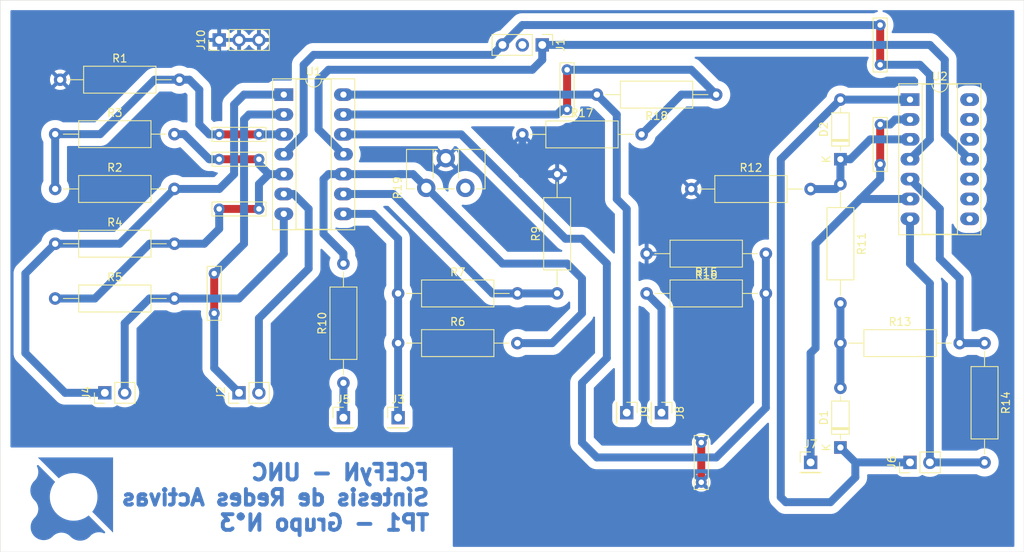
<source format=kicad_pcb>
(kicad_pcb (version 20240108) (generator "pcbnew") (generator_version "8.0")
  (layers (0 "F.Cu" signal) (31 "B.Cu" signal) (34 "B.Paste" user) (35 "F.Paste" user) (36 "B.SilkS" user "B.Silkscreen") (37 "F.SilkS" user "F.Silkscreen") (38 "B.Mask" user) (39 "F.Mask" user) (44 "Edge.Cuts" user))
  (net 0 "")
  (net 1 "Vo1_C")
  (net 2 "Net-(D1-A)")
  (net 3 "Net-(D2-K)")
  (net 4 "GND")
  (net 5 "VSS")
  (net 6 "VCC")
  (net 7 "V2_A")
  (net 8 "V1_A")
  (net 9 "Vo1_A")
  (net 10 "Vo2_A")
  (net 11 "Net-(U1A-+)")
  (net 12 "Net-(U1B-+)")
  (net 13 "Vo_B")
  (net 14 "Net-(U1C-+)")
  (net 15 "Net-(U1C--)")
  (net 16 "V1_B")
  (net 17 "Net-(U2B-+)")
  (net 18 "Vo2_C")
  (net 19 "Vi_D")
  (net 20 "Net-(U1D-+)")
  (net 21 "Net-(U1D--)")
  (net 22 "Vo_D")
  (net 23 "Vin_C")
  (footprint "Connector_PinHeader_2.54mm:PinHeader_1x02_P2.54mm_Vertical" (layer "F.Cu") (at 91.435 113.9825 90)
    (property "Reference" "J4" (at 0 -2.33 90) (layer "F.SilkS"))
    (property "Value" "Conn_01x02" (hide yes))
    (pad "1" thru_hole rect (at 0 0 90) (size 1.7 1.7) (drill 1) (layers "*.Cu" "*.Mask") (net 9 "Vo1_A"))
    (pad "2" thru_hole oval (at 0 2.54 90) (size 1.7 1.7) (drill 1) (layers "*.Cu" "*.Mask") (net 10 "Vo2_A"))
  )
  (footprint "TestPoint:TestPoint_Bridge_Pitch5.08mm_Drill0.7mm" (layer "F.Cu") (at 167.64 120.3325 -90)
    (property "Reference" "REF**" (hide yes))
    (property "Value" "TestPoint_Bridge_Pitch5.08mm_Drill0.7mm" (hide yes))
    (pad "1" thru_hole circle (at 0 0 270) (size 1.4 1.4) (drill 0.7) (layers "*.Cu" "*.Mask") (net 4 "GND"))
    (pad "1" thru_hole circle (at 5.08 0 270) (size 1.4 1.4) (drill 0.7) (layers "*.Cu" "*.Mask") (net 4 "GND"))
  )
  (footprint "TestPoint:TestPoint_Bridge_Pitch5.08mm_Drill0.7mm" (layer "F.Cu") (at 105.41 103.8225 90)
    (property "Reference" "REF**" (hide yes))
    (property "Value" "TestPoint_Bridge_Pitch5.08mm_Drill0.7mm" (hide yes))
    (pad "1" thru_hole circle (at 0 0 90) (size 1.4 1.4) (drill 0.7) (layers "*.Cu" "*.Mask") (net 8 "V1_A"))
    (pad "1" thru_hole circle (at 5.08 0 90) (size 1.4 1.4) (drill 0.7) (layers "*.Cu" "*.Mask") (net 8 "V1_A"))
  )
  (footprint "Resistor_THT:R_Axial_DIN0309_L9.0mm_D3.2mm_P15.24mm_Horizontal" (layer "F.Cu") (at 85.09 80.9325)
    (property "Reference" "R3" (at 7.62 -2.72 0) (layer "F.SilkS"))
    (property "Value" "10k")
    (pad "1" thru_hole circle (at 0 0) (size 1.6 1.6) (drill 0.8) (layers "*.Cu" "*.Mask") (net 11 "Net-(U1A-+)"))
    (pad "2" thru_hole oval (at 15.24 0) (size 1.6 1.6) (drill 0.8) (layers "*.Cu" "*.Mask") (net 12 "Net-(U1B-+)"))
  )
  (footprint "Resistor_THT:R_Axial_DIN0309_L9.0mm_D3.2mm_P15.24mm_Horizontal" (layer "F.Cu") (at 121.92 112.7125 90)
    (property "Reference" "R10" (at 7.62 -2.72 90) (layer "F.SilkS"))
    (property "Value" "1k")
    (pad "1" thru_hole circle (at 0 0 90) (size 1.6 1.6) (drill 0.8) (layers "*.Cu" "*.Mask") (net 16 "V1_B"))
    (pad "2" thru_hole oval (at 15.24 0 90) (size 1.6 1.6) (drill 0.8) (layers "*.Cu" "*.Mask") (net 14 "Net-(U1C-+)"))
  )
  (footprint "Resistor_THT:R_Axial_DIN0309_L9.0mm_D3.2mm_P15.24mm_Horizontal" (layer "F.Cu") (at 175.895 96.2025 180)
    (property "Reference" "R16" (at 7.62 -2.72 0) (layer "F.SilkS"))
    (property "Value" "10k")
    (pad "1" thru_hole circle (at 0 0 180) (size 1.6 1.6) (drill 0.8) (layers "*.Cu" "*.Mask") (net 20 "Net-(U1D-+)"))
    (pad "2" thru_hole oval (at 15.24 0 180) (size 1.6 1.6) (drill 0.8) (layers "*.Cu" "*.Mask") (net 4 "GND"))
  )
  (footprint "Connector_PinHeader_2.54mm:PinHeader_1x01_P2.54mm_Vertical" (layer "F.Cu") (at 181.61 122.8725)
    (property "Reference" "J7" (at 0 -2.33 0) (layer "F.SilkS"))
    (property "Value" "Conn_01x01")
    (pad "1" thru_hole rect (at 0 0) (size 1.7 1.7) (drill 1) (layers "*.Cu" "*.Mask") (net 23 "Vin_C"))
  )
  (footprint "Connector_PinHeader_2.54mm:PinHeader_1x02_P2.54mm_Vertical" (layer "F.Cu") (at 194.31 122.8725 90)
    (property "Reference" "J6" (at 0 -2.33 90) (layer "F.SilkS"))
    (property "Value" "Conn_01x02")
    (pad "1" thru_hole rect (at 0 0 90) (size 1.7 1.7) (drill 1) (layers "*.Cu" "*.Mask") (net 1 "Vo1_C"))
    (pad "2" thru_hole oval (at 0 2.54 90) (size 1.7 1.7) (drill 1) (layers "*.Cu" "*.Mask") (net 18 "Vo2_C"))
  )
  (footprint "Resistor_THT:R_Axial_DIN0309_L9.0mm_D3.2mm_P15.24mm_Horizontal" (layer "F.Cu") (at 85.09 87.9325)
    (property "Reference" "R2" (at 7.62 -2.72 0) (layer "F.SilkS"))
    (property "Value" "10k")
    (pad "1" thru_hole circle (at 0 0) (size 1.6 1.6) (drill 0.8) (layers "*.Cu" "*.Mask") (net 11 "Net-(U1A-+)"))
    (pad "2" thru_hole oval (at 15.24 0) (size 1.6 1.6) (drill 0.8) (layers "*.Cu" "*.Mask") (net 9 "Vo1_A"))
  )
  (footprint "Resistor_THT:R_Axial_DIN0309_L9.0mm_D3.2mm_P15.24mm_Horizontal" (layer "F.Cu") (at 128.905 101.2825)
    (property "Reference" "R7" (at 7.62 -2.72 0) (layer "F.SilkS"))
    (property "Value" "10k")
    (pad "1" thru_hole circle (at 0 0) (size 1.6 1.6) (drill 0.8) (layers "*.Cu" "*.Mask") (net 13 "Vo_B"))
    (pad "2" thru_hole oval (at 15.24 0) (size 1.6 1.6) (drill 0.8) (layers "*.Cu" "*.Mask") (net 15 "Net-(U1C--)"))
  )
  (footprint "TestPoint:TestPoint_Bridge_Pitch5.08mm_Drill0.7mm" (layer "F.Cu") (at 150.495 72.7075 -90)
    (property "Reference" "REF**" (hide yes))
    (property "Value" "TestPoint_Bridge_Pitch5.08mm_Drill0.7mm" (hide yes))
    (pad "1" thru_hole circle (at 0 0 270) (size 1.4 1.4) (drill 0.7) (layers "*.Cu" "*.Mask") (net 21 "Net-(U1D--)"))
    (pad "1" thru_hole circle (at 5.08 0 270) (size 1.4 1.4) (drill 0.7) (layers "*.Cu" "*.Mask") (net 21 "Net-(U1D--)"))
  )
  (footprint "Resistor_THT:R_Axial_DIN0309_L9.0mm_D3.2mm_P15.24mm_Horizontal" (layer "F.Cu") (at 144.78 80.9625)
    (property "Reference" "R17" (at 7.62 -2.72 0) (layer "F.SilkS"))
    (property "Value" "2k")
    (pad "1" thru_hole circle (at 0 0) (size 1.6 1.6) (drill 0.8) (layers "*.Cu" "*.Mask") (net 4 "GND"))
    (pad "2" thru_hole oval (at 15.24 0) (size 1.6 1.6) (drill 0.8) (layers "*.Cu" "*.Mask") (net 21 "Net-(U1D--)"))
  )
  (footprint "TestPoint:TestPoint_Bridge_Pitch5.08mm_Drill0.7mm" (layer "F.Cu") (at 190.5 79.6925 -90)
    (property "Reference" "REF**" (hide yes))
    (property "Value" "TestPoint_Bridge_Pitch5.08mm_Drill0.7mm" (hide yes))
    (pad "1" thru_hole circle (at 0 0 270) (size 1.4 1.4) (drill 0.7) (layers "*.Cu" "*.Mask") (net 23 "Vin_C"))
    (pad "1" thru_hole circle (at 5.08 0 270) (size 1.4 1.4) (drill 0.7) (layers "*.Cu" "*.Mask") (net 23 "Vin_C"))
  )
  (footprint "Resistor_THT:R_Axial_DIN0309_L9.0mm_D3.2mm_P15.24mm_Horizontal" (layer "F.Cu") (at 169.545 75.8825 180)
    (property "Reference" "R18" (at 7.62 -2.72 0) (layer "F.SilkS"))
    (property "Value" "10k")
    (pad "1" thru_hole circle (at 0 0 180) (size 1.6 1.6) (drill 0.8) (layers "*.Cu" "*.Mask") (net 21 "Net-(U1D--)"))
    (pad "2" thru_hole oval (at 15.24 0 180) (size 1.6 1.6) (drill 0.8) (layers "*.Cu" "*.Mask") (net 22 "Vo_D"))
  )
  (footprint "TestPoint:TestPoint_Bridge_Pitch5.08mm_Drill0.7mm" (layer "F.Cu") (at 111.125 84.1375 180)
    (property "Reference" "REF**" (hide yes))
    (property "Value" "TestPoint_Bridge_Pitch5.08mm_Drill0.7mm" (hide yes))
    (pad "1" thru_hole circle (at 0 0 180) (size 1.4 1.4) (drill 0.7) (layers "*.Cu" "*.Mask") (net 12 "Net-(U1B-+)"))
    (pad "1" thru_hole circle (at 5.08 0 180) (size 1.4 1.4) (drill 0.7) (layers "*.Cu" "*.Mask") (net 12 "Net-(U1B-+)"))
  )
  (footprint "TestPoint:TestPoint_Bridge_Pitch5.08mm_Drill0.7mm" (layer "F.Cu") (at 111.125 80.9625 180)
    (property "Reference" "REF**" (hide yes))
    (property "Value" "TestPoint_Bridge_Pitch5.08mm_Drill0.7mm" (hide yes))
    (pad "1" thru_hole circle (at 0 0 180) (size 1.4 1.4) (drill 0.7) (layers "*.Cu" "*.Mask") (net 11 "Net-(U1A-+)"))
    (pad "1" thru_hole circle (at 5.08 0 180) (size 1.4 1.4) (drill 0.7) (layers "*.Cu" "*.Mask") (net 11 "Net-(U1A-+)"))
  )
  (footprint "Package_DIP:CERDIP-14_W7.62mm_SideBrazed_LongPads_Socket" (layer "F.Cu") (at 194.31 76.5175)
    (property "Reference" "U2" (at 3.81 -2.965 0) (layer "F.SilkS"))
    (property "Value" "LM324")
    (pad "1" thru_hole rect (at 0 0) (size 2.4 1.6) (drill 0.8) (layers "*.Cu" "*.Mask") (net 1 "Vo1_C"))
    (pad "2" thru_hole oval (at 0 2.54) (size 2.4 1.6) (drill 0.8) (layers "*.Cu" "*.Mask") (net 23 "Vin_C"))
    (pad "3" thru_hole oval (at 0 5.08) (size 2.4 1.6) (drill 0.8) (layers "*.Cu" "*.Mask") (net 3 "Net-(D2-K)"))
    (pad "4" thru_hole oval (at 0 7.62) (size 2.4 1.6) (drill 0.8) (layers "*.Cu" "*.Mask") (net 6 "VCC"))
    (pad "5" thru_hole oval (at 0 10.16) (size 2.4 1.6) (drill 0.8) (layers "*.Cu" "*.Mask") (net 17 "Net-(U2B-+)"))
    (pad "6" thru_hole oval (at 0 12.7) (size 2.4 1.6) (drill 0.8) (layers "*.Cu" "*.Mask") (net 23 "Vin_C"))
    (pad "7" thru_hole oval (at 0 15.24) (size 2.4 1.6) (drill 0.8) (layers "*.Cu" "*.Mask") (net 18 "Vo2_C"))
    (pad "8" thru_hole oval (at 7.62 15.24) (size 2.4 1.6) (drill 0.8) (layers "*.Cu" "*.Mask"))
    (pad "9" thru_hole oval (at 7.62 12.7) (size 2.4 1.6) (drill 0.8) (layers "*.Cu" "*.Mask"))
    (pad "10" thru_hole oval (at 7.62 10.16) (size 2.4 1.6) (drill 0.8) (layers "*.Cu" "*.Mask"))
    (pad "11" thru_hole oval (at 7.62 7.62) (size 2.4 1.6) (drill 0.8) (layers "*.Cu" "*.Mask") (net 5 "VSS"))
    (pad "12" thru_hole oval (at 7.62 5.08) (size 2.4 1.6) (drill 0.8) (layers "*.Cu" "*.Mask"))
    (pad "13" thru_hole oval (at 7.62 2.54) (size 2.4 1.6) (drill 0.8) (layers "*.Cu" "*.Mask"))
    (pad "14" thru_hole oval (at 7.62 0) (size 2.4 1.6) (drill 0.8) (layers "*.Cu" "*.Mask"))
  )
  (footprint "Connector_PinHeader_2.54mm:PinHeader_1x01_P2.54mm_Vertical" (layer "F.Cu") (at 162.56 116.5225 -90)
    (property "Reference" "J8" (at 0 -2.33 90) (layer "F.SilkS"))
    (property "Value" "Conn_01x01")
    (pad "1" thru_hole rect (at 0 0 270) (size 1.7 1.7) (drill 1) (layers "*.Cu" "*.Mask") (net 19 "Vi_D"))
  )
  (footprint "Connector_PinHeader_2.54mm:PinHeader_1x01_P2.54mm_Vertical" (layer "F.Cu") (at 158.115 116.5225 -90)
    (property "Reference" "J9" (at 0 -2.33 90) (layer "F.SilkS"))
    (property "Value" "Conn_01x01")
    (pad "1" thru_hole rect (at 0 0 270) (size 1.7 1.7) (drill 1) (layers "*.Cu" "*.Mask") (net 22 "Vo_D"))
  )
  (footprint "Package_DIP:CERDIP-14_W7.62mm_SideBrazed_LongPads_Socket" (layer "F.Cu") (at 114.3 75.8825)
    (property "Reference" "U1" (at 3.81 -2.965 0) (layer "F.SilkS"))
    (property "Value" "LM324")
    (pad "1" thru_hole rect (at 0 0) (size 2.4 1.6) (drill 0.8) (layers "*.Cu" "*.Mask") (net 9 "Vo1_A"))
    (pad "2" thru_hole oval (at 0 2.54) (size 2.4 1.6) (drill 0.8) (layers "*.Cu" "*.Mask") (net 8 "V1_A"))
    (pad "3" thru_hole oval (at 0 5.08) (size 2.4 1.6) (drill 0.8) (layers "*.Cu" "*.Mask") (net 11 "Net-(U1A-+)"))
    (pad "4" thru_hole oval (at 0 7.62) (size 2.4 1.6) (drill 0.8) (layers "*.Cu" "*.Mask") (net 6 "VCC"))
    (pad "5" thru_hole oval (at 0 10.16) (size 2.4 1.6) (drill 0.8) (layers "*.Cu" "*.Mask") (net 12 "Net-(U1B-+)"))
    (pad "6" thru_hole oval (at 0 12.7) (size 2.4 1.6) (drill 0.8) (layers "*.Cu" "*.Mask") (net 7 "V2_A"))
    (pad "7" thru_hole oval (at 0 15.24) (size 2.4 1.6) (drill 0.8) (layers "*.Cu" "*.Mask") (net 10 "Vo2_A"))
    (pad "8" thru_hole oval (at 7.62 15.24) (size 2.4 1.6) (drill 0.8) (layers "*.Cu" "*.Mask") (net 13 "Vo_B"))
    (pad "9" thru_hole oval (at 7.62 12.7) (size 2.4 1.6) (drill 0.8) (layers "*.Cu" "*.Mask") (net 15 "Net-(U1C--)"))
    (pad "10" thru_hole oval (at 7.62 10.16) (size 2.4 1.6) (drill 0.8) (layers "*.Cu" "*.Mask") (net 14 "Net-(U1C-+)"))
    (pad "11" thru_hole oval (at 7.62 7.62) (size 2.4 1.6) (drill 0.8) (layers "*.Cu" "*.Mask") (net 5 "VSS"))
    (pad "12" thru_hole oval (at 7.62 5.08) (size 2.4 1.6) (drill 0.8) (layers "*.Cu" "*.Mask") (net 20 "Net-(U1D-+)"))
    (pad "13" thru_hole oval (at 7.62 2.54) (size 2.4 1.6) (drill 0.8) (layers "*.Cu" "*.Mask") (net 21 "Net-(U1D--)"))
    (pad "14" thru_hole oval (at 7.62 0) (size 2.4 1.6) (drill 0.8) (layers "*.Cu" "*.Mask") (net 22 "Vo_D"))
  )
  (footprint "Connector_PinHeader_2.54mm:PinHeader_1x03_P2.54mm_Vertical" (layer "F.Cu") (at 106.045 68.8975 90)
    (property "Reference" "J10" (at 0 -2.33 90) (layer "F.SilkS"))
    (property "Value" "Conn_01x03")
    (pad "1" thru_hole rect (at 0 0 90) (size 1.7 1.7) (drill 1) (layers "*.Cu" "*.Mask") (net 4 "GND"))
    (pad "2" thru_hole oval (at 0 2.54 90) (size 1.7 1.7) (drill 1) (layers "*.Cu" "*.Mask") (net 4 "GND"))
    (pad "3" thru_hole oval (at 0 5.08 90) (size 1.7 1.7) (drill 1) (layers "*.Cu" "*.Mask") (net 4 "GND"))
  )
  (footprint "Connector_PinHeader_2.54mm:PinHeader_1x01_P2.54mm_Vertical" (layer "F.Cu") (at 121.92 117.1575)
    (property "Reference" "J5" (at 0 -2.33 0) (layer "F.SilkS"))
    (property "Value" "Conn_01x01" (hide yes))
    (pad "1" thru_hole rect (at 0 0) (size 1.7 1.7) (drill 1) (layers "*.Cu" "*.Mask") (net 16 "V1_B"))
  )
  (footprint "Diode_THT:D_DO-35_SOD27_P7.62mm_Horizontal" (layer "F.Cu") (at 185.42 120.9675 90)
    (property "Reference" "D1" (at 3.81 -2.12 90) (layer "F.SilkS"))
    (property "Value" "1N4148")
    (fp_text user "K" (at 0 -1.8 90) (layer "F.SilkS"))
    (pad "1" thru_hole rect (at 0 0 90) (size 1.6 1.6) (drill 0.8) (layers "*.Cu" "*.Mask") (net 1 "Vo1_C"))
    (pad "2" thru_hole oval (at 7.62 0 90) (size 1.6 1.6) (drill 0.8) (layers "*.Cu" "*.Mask") (net 2 "Net-(D1-A)"))
  )
  (footprint "Resistor_THT:R_Axial_DIN0309_L9.0mm_D3.2mm_P15.24mm_Horizontal" (layer "F.Cu") (at 203.835 107.6325 -90)
    (property "Reference" "R14" (at 7.62 -2.72 90) (layer "F.SilkS"))
    (property "Value" "10k")
    (pad "1" thru_hole circle (at 0 0 270) (size 1.6 1.6) (drill 0.8) (layers "*.Cu" "*.Mask") (net 17 "Net-(U2B-+)"))
    (pad "2" thru_hole oval (at 15.24 0 270) (size 1.6 1.6) (drill 0.8) (layers "*.Cu" "*.Mask") (net 18 "Vo2_C"))
  )
  (footprint "Resistor_THT:R_Axial_DIN0309_L9.0mm_D3.2mm_P15.24mm_Horizontal" (layer "F.Cu") (at 85.725 73.9775)
    (property "Reference" "R1" (at 7.62 -2.72 0) (layer "F.SilkS"))
    (property "Value" "10k")
    (pad "1" thru_hole circle (at 0 0) (size 1.6 1.6) (drill 0.8) (layers "*.Cu" "*.Mask") (net 4 "GND"))
    (pad "2" thru_hole oval (at 15.24 0) (size 1.6 1.6) (drill 0.8) (layers "*.Cu" "*.Mask") (net 11 "Net-(U1A-+)"))
  )
  (footprint "Resistor_THT:R_Axial_DIN0309_L9.0mm_D3.2mm_P15.24mm_Horizontal" (layer "F.Cu") (at 85.09 101.9325)
    (property "Reference" "R5" (at 7.62 -2.72 0) (layer "F.SilkS"))
    (property "Value" "10k")
    (pad "1" thru_hole circle (at 0 0) (size 1.6 1.6) (drill 0.8) (layers "*.Cu" "*.Mask") (net 12 "Net-(U1B-+)"))
    (pad "2" thru_hole oval (at 15.24 0) (size 1.6 1.6) (drill 0.8) (layers "*.Cu" "*.Mask") (net 10 "Vo2_A"))
  )
  (footprint "TestPoint:TestPoint_Bridge_Pitch5.08mm_Drill0.7mm" (layer "F.Cu") (at 111.125 90.4875 180)
    (property "Reference" "REF**" (hide yes))
    (property "Value" "TestPoint_Bridge_Pitch5.08mm_Drill0.7mm" (hide yes))
    (pad "1" thru_hole circle (at 0 0 180) (size 1.4 1.4) (drill 0.7) (layers "*.Cu" "*.Mask") (net 12 "Net-(U1B-+)"))
    (pad "1" thru_hole circle (at 5.08 0 180) (size 1.4 1.4) (drill 0.7) (layers "*.Cu" "*.Mask") (net 12 "Net-(U1B-+)"))
  )
  (footprint "Connector_PinHeader_2.54mm:PinHeader_1x01_P2.54mm_Vertical" (layer "F.Cu") (at 128.905 117.1575)
    (property "Reference" "J3" (at 0 -2.33 0) (layer "F.SilkS"))
    (property "Value" "Conn_01x01" (hide yes))
    (pad "1" thru_hole rect (at 0 0) (size 1.7 1.7) (drill 1) (layers "*.Cu" "*.Mask") (net 13 "Vo_B"))
  )
  (footprint "Resistor_THT:R_Axial_DIN0309_L9.0mm_D3.2mm_P15.24mm_Horizontal" (layer "F.Cu") (at 160.655 101.2825)
    (property "Reference" "R15" (at 7.62 -2.72 0) (layer "F.SilkS"))
    (property "Value" "10k")
    (pad "1" thru_hole circle (at 0 0) (size 1.6 1.6) (drill 0.8) (layers "*.Cu" "*.Mask") (net 19 "Vi_D"))
    (pad "2" thru_hole oval (at 15.24 0) (size 1.6 1.6) (drill 0.8) (layers "*.Cu" "*.Mask") (net 20 "Net-(U1D-+)"))
  )
  (footprint "Resistor_THT:R_Axial_DIN0309_L9.0mm_D3.2mm_P15.24mm_Horizontal" (layer "F.Cu") (at 149.225 101.2825 90)
    (property "Reference" "R9" (at 7.62 -2.72 90) (layer "F.SilkS"))
    (property "Value" "100k")
    (pad "1" thru_hole circle (at 0 0 90) (size 1.6 1.6) (drill 0.8) (layers "*.Cu" "*.Mask") (net 15 "Net-(U1C--)"))
    (pad "2" thru_hole oval (at 15.24 0 90) (size 1.6 1.6) (drill 0.8) (layers "*.Cu" "*.Mask") (net 4 "GND"))
  )
  (footprint "Resistor_THT:R_Axial_DIN0309_L9.0mm_D3.2mm_P15.24mm_Horizontal" (layer "F.Cu") (at 185.42 87.3125 -90)
    (property "Reference" "R11" (at 7.62 -2.72 90) (layer "F.SilkS"))
    (property "Value" "10k")
    (pad "1" thru_hole circle (at 0 0 270) (size 1.6 1.6) (drill 0.8) (layers "*.Cu" "*.Mask") (net 3 "Net-(D2-K)"))
    (pad "2" thru_hole oval (at 15.24 0 270) (size 1.6 1.6) (drill 0.8) (layers "*.Cu" "*.Mask") (net 2 "Net-(D1-A)"))
  )
  (footprint "Resistor_THT:R_Axial_DIN0309_L9.0mm_D3.2mm_P15.24mm_Horizontal" (layer "F.Cu") (at 185.42 107.6325)
    (property "Reference" "R13" (at 7.62 -2.72 0) (layer "F.SilkS"))
    (property "Value" "5k")
    (pad "1" thru_hole circle (at 0 0) (size 1.6 1.6) (drill 0.8) (layers "*.Cu" "*.Mask") (net 2 "Net-(D1-A)"))
    (pad "2" thru_hole oval (at 15.24 0) (size 1.6 1.6) (drill 0.8) (layers "*.Cu" "*.Mask") (net 17 "Net-(U2B-+)"))
  )
  (footprint "Resistor_THT:R_Axial_DIN0309_L9.0mm_D3.2mm_P15.24mm_Horizontal" (layer "F.Cu") (at 85.09 94.9325)
    (property "Reference" "R4" (at 7.62 -2.72 0) (layer "F.SilkS"))
    (property "Value" "10k")
    (pad "1" thru_hole circle (at 0 0) (size 1.6 1.6) (drill 0.8) (layers "*.Cu" "*.Mask") (net 9 "Vo1_A"))
    (pad "2" thru_hole oval (at 15.24 0) (size 1.6 1.6) (drill 0.8) (layers "*.Cu" "*.Mask") (net 12 "Net-(U1B-+)"))
  )
  (footprint "Connector_PinHeader_2.54mm:PinHeader_1x02_P2.54mm_Vertical" (layer "F.Cu") (at 108.58 113.9825 90)
    (property "Reference" "J2" (at 0 -2.33 90) (layer "F.SilkS"))
    (property "Value" "Conn_01x02" (hide yes))
    (pad "1" thru_hole rect (at 0 0 90) (size 1.7 1.7) (drill 1) (layers "*.Cu" "*.Mask") (net 8 "V1_A"))
    (pad "2" thru_hole oval (at 0 2.54 90) (size 1.7 1.7) (drill 1) (layers "*.Cu" "*.Mask") (net 7 "V2_A"))
  )
  (footprint "TestPoint:TestPoint_Bridge_Pitch5.08mm_Drill0.7mm" (layer "F.Cu") (at 190.5 66.9925 -90)
    (property "Reference" "REF**" (hide yes))
    (property "Value" "TestPoint_Bridge_Pitch5.08mm_Drill0.7mm" (hide yes))
    (pad "1" thru_hole circle (at 0 0 270) (size 1.4 1.4) (drill 0.7) (layers "*.Cu" "*.Mask") (net 6 "VCC"))
    (pad "1" thru_hole circle (at 5.08 0 270) (size 1.4 1.4) (drill 0.7) (layers "*.Cu" "*.Mask") (net 6 "VCC"))
  )
  (footprint "Resistor_THT:R_Axial_DIN0309_L9.0mm_D3.2mm_P15.24mm_Horizontal" (layer "F.Cu") (at 166.37 87.9475)
    (property "Reference" "R12" (at 7.62 -2.72 0) (layer "F.SilkS"))
    (property "Value" "10k")
    (pad "1" thru_hole circle (at 0 0) (size 1.6 1.6) (drill 0.8) (layers "*.Cu" "*.Mask") (net 4 "GND"))
    (pad "2" thru_hole oval (at 15.24 0) (size 1.6 1.6) (drill 0.8) (layers "*.Cu" "*.Mask") (net 3 "Net-(D2-K)"))
  )
  (footprint "Potentiometer_THT:Potentiometer_ACP_CA9-H3,8_Horizontal" (layer "F.Cu") (at 132.5 87.8 90)
    (property "Reference" "R19" (at 0 -3.65 90) (layer "F.SilkS"))
    (property "Value" "R_Trim")
    (pad "1" thru_hole circle (at 0 0 90) (size 2.34 2.34) (drill 1.3) (layers "*.Cu" "*.Mask") (net 14 "Net-(U1C-+)"))
    (pad "2" thru_hole circle (at 3.8 2.5 90) (size 2.34 2.34) (drill 1.3) (layers "*.Cu" "*.Mask") (net 4 "GND"))
    (pad "3" thru_hole circle (at 0 5 90) (size 2.34 2.34) (drill 1.3) (layers "*.Cu" "*.Mask"))
  )
  (footprint "Resistor_THT:R_Axial_DIN0309_L9.0mm_D3.2mm_P15.24mm_Horizontal" (layer "F.Cu") (at 128.905 107.6325)
    (property "Reference" "R6" (at 7.62 -2.72 0) (layer "F.SilkS"))
    (property "Value" "100")
    (pad "1" thru_hole circle (at 0 0) (size 1.6 1.6) (drill 0.8) (layers "*.Cu" "*.Mask") (net 13 "Vo_B"))
    (pad "2" thru_hole oval (at 15.24 0) (size 1.6 1.6) (drill 0.8) (layers "*.Cu" "*.Mask") (net 14 "Net-(U1C-+)"))
  )
  (footprint "Diode_THT:D_DO-35_SOD27_P7.62mm_Horizontal" (layer "F.Cu") (at 185.42 84.1375 90)
    (property "Reference" "D2" (at 3.81 -2.12 90) (layer "F.SilkS"))
    (property "Value" "1N4148")
    (fp_text user "K" (at 0 -1.8 90) (layer "F.SilkS"))
    (pad "1" thru_hole rect (at 0 0 90) (size 1.6 1.6) (drill 0.8) (layers "*.Cu" "*.Mask") (net 3 "Net-(D2-K)"))
    (pad "2" thru_hole oval (at 7.62 0 90) (size 1.6 1.6) (drill 0.8) (layers "*.Cu" "*.Mask") (net 1 "Vo1_C"))
  )
  (footprint "Connector_PinHeader_2.54mm:PinHeader_1x03_P2.54mm_Vertical" (layer "F.Cu") (at 147.32 69.5325 -90)
    (property "Reference" "J1" (at 0 -2.33 90) (layer "F.SilkS"))
    (property "Value" "Conn_01x03")
    (pad "1" thru_hole rect (at 0 0 270) (size 1.7 1.7) (drill 1) (layers "*.Cu" "*.Mask") (net 5 "VSS"))
    (pad "2" thru_hole oval (at 0 2.54 270) (size 1.7 1.7) (drill 1) (layers "*.Cu" "*.Mask"))
    (pad "3" thru_hole oval (at 0 5.08 270) (size 1.7 1.7) (drill 1) (layers "*.Cu" "*.Mask") (net 6 "VCC"))
  )
  (gr_poly (pts (xy 85.545654 124.908028) (xy 85.645036 124.831464) (xy 85.747576 124.758939) (xy 85.853157 124.690576) (xy 85.961662 124.626501) (xy 86.072972 124.566837) (xy 86.186971 124.511709) (xy 86.30354 124.461242) (xy 86.422563 124.415559) (xy 86.543921 124.374784) (xy 86.667498 124.339043) (xy 86.793175 124.30846) (xy 86.920836 124.283158) (xy 87.050362 124.263262) (xy 87.181637 124.248897) (xy 87.314542 124.240187) (xy 87.448961 124.237256) (xy 87.605569 124.241216) (xy 87.760123 124.252969) (xy 87.912429 124.272323) (xy 88.062298 124.299087) (xy 88.209538 124.33307) (xy 88.353958 124.374081) (xy 88.495366 124.421928) (xy 88.633571 124.476421) (xy 88.768382 124.537367) (xy 88.899607 124.604577) (xy 89.027056 124.677858) (xy 89.150537 124.75702) (xy 89.269859 124.84187) (xy 89.384831 124.932219) (xy 89.495261 125.027875) (xy 89.600958 125.128646) (xy 89.701731 125.234342) (xy 89.797388 125.34477) (xy 89.887739 125.459741) (xy 89.972592 125.579062) (xy 90.051756 125.702543) (xy 90.125039 125.829992) (xy 90.192251 125.961218) (xy 90.2532 126.09603) (xy 90.307694 126.234237) (xy 90.355544 126.375647) (xy 90.396556 126.520069) (xy 90.430541 126.667312) (xy 90.457306 126.817185) (xy 90.476661 126.969497) (xy 90.488414 127.124055) (xy 90.492375 127.28067) (xy 90.489443 127.415089) (xy 90.48073 127.547994) (xy 90.466362 127.679268) (xy 90.446463 127.808793) (xy 90.421157 127.936451) (xy 90.390569 128.062125) (xy 90.354823 128.185698) (xy 90.314045 128.30705) (xy 90.268359 128.426065) (xy 90.21789 128.542625) (xy 90.162762 128.656613) (xy 90.1031 128.767909) (xy 90.039028 128.876398) (xy 89.970672 128.98196) (xy 89.898155 129.084479) (xy 89.821603 129.183836) (xy 92.48578 131.848084) (xy 92.48578 122.2375) (xy 82.875197 122.2375)) (stroke (width -0.000001)) (fill solid) (layer "B.Cu"))
  (gr_poly (pts (xy 82.872071 123.209161) (xy 82.865513 123.209659) (xy 82.859049 123.210479) (xy 82.85269 123.211613) (xy 82.846442 123.213053) (xy 82.840314 123.214791) (xy 82.834314 123.216818) (xy 82.82845 123.219127) (xy 82.822731 123.22171) (xy 82.817163 123.224559) (xy 82.811756 123.227665) (xy 82.806518 123.23102) (xy 82.801456 123.234617) (xy 82.796578 123.238448) (xy 82.791894 123.242503) (xy 82.78741 123.246776) (xy 82.783135 123.251258) (xy 82.779078 123.255942) (xy 82.775245 123.260818) (xy 82.771646 123.265879) (xy 82.768288 123.271117) (xy 82.76518 123.276525) (xy 82.762329 123.282092) (xy 82.759744 123.287813) (xy 82.757433 123.293679) (xy 82.755404 123.299681) (xy 82.753664 123.305811) (xy 82.752223 123.312062) (xy 82.751088 123.318426) (xy 82.750267 123.324894) (xy 82.749769 123.331458) (xy 82.749601 123.338111) (xy 82.749666 123.341876) (xy 82.74986 123.345605) (xy 82.750177 123.349298) (xy 82.750614 123.352954) (xy 82.751166 123.356574) (xy 82.75183 123.360157) (xy 82.7526 123.363704) (xy 82.753473 123.367215) (xy 82.754444 123.370689) (xy 82.755509 123.374127) (xy 82.756665 123.377529) (xy 82.757905 123.380894) (xy 82.759228 123.384223) (xy 82.760627 123.387515) (xy 82.7621 123.390771) (xy 82.763641 123.393991) (xy 82.763701 123.394181) (xy 82.76375 123.394379) (xy 82.763789 123.394585) (xy 82.76382 123.394797) (xy 82.763867 123.395232) (xy 82.763906 123.395675) (xy 82.763952 123.396115) (xy 82.763982 123.39633) (xy 82.764019 123.396541) (xy 82.764065 123.396745) (xy 82.764122 123.396941) (xy 82.764192 123.397129) (xy 82.764232 123.397219) (xy 82.764277 123.397307) (xy 82.783986 123.437184) (xy 82.802565 123.477692) (xy 82.819996 123.518811) (xy 82.836259 123.560524) (xy 82.851333 123.60281) (xy 82.865199 123.645651) (xy 82.877838 123.689028) (xy 82.88923 123.732922) (xy 82.899356 123.777313) (xy 82.908195 123.822183) (xy 82.915728 123.867513) (xy 82.921935 123.913284) (xy 82.926797 123.959476) (xy 82.930295 124.006071) (xy 82.932407 124.05305) (xy 82.933116 124.100393) (xy 82.931296 124.175873) (xy 82.925892 124.25039) (xy 82.916991 124.323865) (xy 82.904679 124.396221) (xy 82.889042 124.467377) (xy 82.870165 124.537257) (xy 82.848136 124.605782) (xy 82.82304 124.672872) (xy 82.794964 124.73845) (xy 82.763993 124.802438) (xy 82.730213 124.864757) (xy 82.693711 124.925327) (xy 82.654573 124.984072) (xy 82.612884 125.040913) (xy 82.568731 125.09577) (xy 82.522201 125.148567) (xy 82.454234 125.209805) (xy 82.389577 125.274496) (xy 82.328379 125.342497) (xy 82.270788 125.413664) (xy 82.216952 125.487856) (xy 82.167019 125.564929) (xy 82.121137 125.64474) (xy 82.079456 125.727148) (xy 82.042123 125.812009) (xy 82.009286 125.89918) (xy 81.981094 125.988519) (xy 81.957696 126.079883) (xy 81.939239 126.173129) (xy 81.925872 126.268115) (xy 81.917743 126.364697) (xy 81.915 126.462734) (xy 81.917285 126.552331) (xy 81.924065 126.640735) (xy 81.935228 126.727837) (xy 81.950663 126.813526) (xy 81.970258 126.897694) (xy 81.993901 126.98023) (xy 82.02148 127.061025) (xy 82.052883 127.13997) (xy 82.087998 127.216954) (xy 82.126714 127.291868) (xy 82.168919 127.364602) (xy 82.214501 127.435047) (xy 82.263348 127.503093) (xy 82.315348 127.568631) (xy 82.37039 127.63155) (xy 82.428361 127.691741) (xy 82.484746 127.746248) (xy 82.538358 127.803493) (xy 82.589077 127.863367) (xy 82.636785 127.925759) (xy 82.681361 127.99056) (xy 82.722686 128.057661) (xy 82.760642 128.126951) (xy 82.795109 128.198321) (xy 82.825968 128.271661) (xy 82.853099 128.346862) (xy 82.876383 128.423814) (xy 82.895702 128.502407) (xy 82.910934 128.582532) (xy 82.921963 128.664079) (xy 82.928667 128.746939) (xy 82.930929 128.831001) (xy 82.92862 128.916097) (xy 82.921774 128.999966) (xy 82.910514 129.082493) (xy 82.894961 129.163564) (xy 82.875236 129.243062) (xy 82.851462 129.320875) (xy 82.82376 129.396887) (xy 82.792252 129.470984) (xy 82.757059 129.543051) (xy 82.718304 129.612974) (xy 82.676109 129.680637) (xy 82.630594 129.745927) (xy 82.581881 129.808728) (xy 82.530094 129.868927) (xy 82.475352 129.926408) (xy 82.417779 129.981056) (xy 82.417779 129.987901) (xy 82.365251 130.045234) (xy 82.315394 130.104962) (xy 82.268307 130.166991) (xy 82.224089 130.231226) (xy 82.182839 130.297573) (xy 82.144655 130.365937) (xy 82.109638 130.436226) (xy 82.077886 130.508345) (xy 82.049498 130.582198) (xy 82.024574 130.657694) (xy 82.003212 130.734736) (xy 81.985512 130.813232) (xy 81.971573 130.893086) (xy 81.961494 130.974205) (xy 81.955374 131.056495) (xy 81.953312 131.139861) (xy 81.955374 131.223251) (xy 81.961494 131.30556) (xy 81.971573 131.386694) (xy 81.985512 131.466559) (xy 82.003212 131.545062) (xy 82.024574 131.622108) (xy 82.049498 131.697604) (xy 82.077886 131.771456) (xy 82.109638 131.84357) (xy 82.144655 131.913852) (xy 82.182839 131.982208) (xy 82.224089 132.048545) (xy 82.268307 132.112768) (xy 82.315394 132.174785) (xy 82.365251 132.2345) (xy 82.417779 132.29182) (xy 82.430055 132.305509) (xy 82.488109 132.361896) (xy 82.548826 132.415442) (xy 82.612099 132.466036) (xy 82.677822 132.513569) (xy 82.745886 132.557931) (xy 82.816187 132.599011) (xy 82.888616 132.6367) (xy 82.963067 132.670889) (xy 83.039432 132.701467) (xy 83.117606 132.728324) (xy 83.197481 132.751351) (xy 83.278951 132.770437) (xy 83.361907 132.785473) (xy 83.446245 132.796349) (xy 83.531856 132.802956) (xy 83.618634 132.805182) (xy 83.709268 132.802744) (xy 83.798608 132.795513) (xy 83.886534 132.783617) (xy 83.972926 132.767185) (xy 84.057663 132.746342) (xy 84.140626 132.721217) (xy 84.221694 132.691937) (xy 84.300747 132.658629) (xy 84.377665 132.621422) (xy 84.452329 132.580441) (xy 84.524617 132.535816) (xy 84.59441 132.487672) (xy 84.661588 132.436139) (xy 84.726031 132.381342) (xy 84.787618 132.32341) (xy 84.84623 132.26247) (xy 84.899144 132.215563) (xy 84.954143 132.17105) (xy 85.011148 132.129019) (xy 85.070079 132.089556) (xy 85.130855 132.052749) (xy 85.193399 132.018684) (xy 85.25763 131.98745) (xy 85.323468 131.959134) (xy 85.390834 131.933822) (xy 85.459648 131.911601) (xy 85.529832 131.89256) (xy 85.601304 131.876786) (xy 85.673987 131.864365) (xy 85.747799 131.855385) (xy 85.822662 131.849933) (xy 85.898495 131.848096) (xy 85.978566 131.850129) (xy 86.057581 131.856163) (xy 86.135441 131.866099) (xy 86.21205 131.879839) (xy 86.287308 131.897284) (xy 86.361116 131.918335) (xy 86.433378 131.942894) (xy 86.503994 131.970863) (xy 86.572867 132.002141) (xy 86.639897 132.036632) (xy 86.704987 132.074237) (xy 86.768038 132.114856) (xy 86.828953 132.158391) (xy 86.887632 132.204744) (xy 86.943978 132.253816) (xy 86.997892 132.305509) (xy 87.001702 132.305509) (xy 87.06262 132.369426) (xy 87.126677 132.430199) (xy 87.193745 132.487691) (xy 87.263699 132.541769) (xy 87.336409 132.592297) (xy 87.41175 132.63914) (xy 87.489594 132.682163) (xy 87.569815 132.72123) (xy 87.652284 132.756207) (xy 87.736875 132.786959) (xy 87.823461 132.81335) (xy 87.911914 132.835246) (xy 88.002108 132.852511) (xy 88.093916 132.865011) (xy 88.187209 132.87261) (xy 88.281862 132.875173) (xy 88.385904 132.872079) (xy 88.488288 132.862918) (xy 88.588844 132.847867) (xy 88.687403 132.827104) (xy 88.783794 132.800806) (xy 88.877847 132.769152) (xy 88.969394 132.732319) (xy 89.058264 132.690485) (xy 89.144286 132.643829) (xy 89.227293 132.592527) (xy 89.307113 132.536759) (xy 89.383576 132.476701) (xy 89.456514 132.412532) (xy 89.525756 132.344429) (xy 89.591133 132.272571) (xy 89.652474 132.197135) (xy 89.705029 132.151566) (xy 89.759588 132.108338) (xy 89.816074 132.067535) (xy 89.874412 132.029238) (xy 89.934524 131.99353) (xy 89.996335 131.960494) (xy 90.059768 131.930213) (xy 90.124747 131.902768) (xy 90.191194 131.878243) (xy 90.259035 131.85672) (xy 90.328192 131.838282) (xy 90.398589 131.82301) (xy 90.47015 131.810989) (xy 90.542798 131.8023) (xy 90.616457 131.797026) (xy 90.691051 131.79525) (xy 90.729303 131.795736) (xy 90.767298 131.797183) (xy 90.805029 131.799575) (xy 90.842489 131.802895) (xy 90.879671 131.807128) (xy 90.916567 131.812257) (xy 90.953171 131.818266) (xy 90.989475 131.825139) (xy 91.025472 131.832859) (xy 91.061156 131.841411) (xy 91.096518 131.850777) (xy 91.131553 131.860943) (xy 91.166252 131.871891) (xy 91.200609 131.883605) (xy 91.234616 131.89607) (xy 91.268266 131.909268) (xy 91.268348 131.909114) (xy 91.268434 131.908966) (xy 91.268523 131.908826) (xy 91.268615 131.908691) (xy 91.268708 131.908561) (xy 91.268802 131.908435) (xy 91.26899 131.908192) (xy 91.26917 131.907956) (xy 91.269256 131.907839) (xy 91.269338 131.90772) (xy 91.269415 131.9076) (xy 91.269486 131.907478) (xy 91.26955 131.907352) (xy 91.269607 131.907222) (xy 91.273755 131.910296) (xy 91.277997 131.913242) (xy 91.282332 131.916049) (xy 91.286759 131.918709) (xy 91.291279 131.92121) (xy 91.295891 131.923545) (xy 91.300594 131.925703) (xy 91.305387 131.927675) (xy 91.310271 131.92945) (xy 91.315244 131.93102) (xy 91.320306 131.932375) (xy 91.325457 131.933505) (xy 91.330696 131.934401) (xy 91.336022 131.935052) (xy 91.341436 131.93545) (xy 91.346936 131.935585) (xy 91.353582 131.935417) (xy 91.36014 131.93492) (xy 91.366603 131.9341) (xy 91.372961 131.932966) (xy 91.379207 131.931526) (xy 91.385333 131.929789) (xy 91.391331 131.927762) (xy 91.397193 131.925453) (xy 91.40291 131.922871) (xy 91.408474 131.920023) (xy 91.413879 131.916917) (xy 91.419114 131.913563) (xy 91.424173 131.909967) (xy 91.429047 131.906138) (xy 91.433728 131.902083) (xy 91.438209 131.897812) (xy 91.44248 131.893332) (xy 91.446534 131.888651) (xy 91.450364 131.883777) (xy 91.45396 131.878718) (xy 91.457314 131.873482) (xy 91.46042 131.868078) (xy 91.463268 131.862514) (xy 91.46585 131.856797) (xy 91.468159 131.850935) (xy 91.470186 131.844937) (xy 91.471924 131.838811) (xy 91.473363 131.832565) (xy 91.474497 131.826207) (xy 91.475317 131.819744) (xy 91.475815 131.813186) (xy 91.475982 131.80654) (xy 91.475839 131.800787) (xy 91.475413 131.795117) (xy 91.474717 131.789533) (xy 91.473759 131.784037) (xy 91.472549 131.778632) (xy 91.471097 131.773321) (xy 91.469413 131.768106) (xy 91.467506 131.762989) (xy 91.465388 131.757973) (xy 91.463066 131.75306) (xy 91.460552 131.748253) (xy 91.457854 131.743555) (xy 91.454984 131.738967) (xy 91.45195 131.734493) (xy 91.448762 131.730135) (xy 91.445431 131.725894) (xy 91.445483 131.725873) (xy 91.445534 131.725851) (xy 91.445584 131.725826) (xy 91.445634 131.725799) (xy 91.445729 131.725742) (xy 91.445821 131.725678) (xy 91.445911 131.725609) (xy 91.445999 131.725537) (xy 91.446086 131.725461) (xy 91.446172 131.725382) (xy 91.446345 131.725221) (xy 91.446433 131.725141) (xy 91.446522 131.725061) (xy 91.446615 131.724982) (xy 91.44671 131.724906) (xy 91.446809 131.724834) (xy 91.446913 131.724765) (xy 91.445149 131.722368) (xy 89.365947 129.643095) (xy 89.266154 129.720805) (xy 89.163125 129.794414) (xy 89.05698 129.863796) (xy 88.947842 129.928825) (xy 88.835832 129.989375) (xy 88.721073 130.04532) (xy 88.603685 130.096534) (xy 88.483791 130.142892) (xy 88.361513 130.184268) (xy 88.236972 130.220535) (xy 88.11029 130.251568) (xy 87.981588 130.277241) (xy 87.850989 130.297428) (xy 87.718614 130.312003) (xy 87.584585 130.320841) (xy 87.449024 130.323815) (xy 87.292415 130.319855) (xy 87.137863 130.308104) (xy 86.985557 130.288752) (xy 86.835689 130.26199) (xy 86.688451 130.22801) (xy 86.544033 130.187003) (xy 86.402628 130.139161) (xy 86.264425 130.084673) (xy 86.129617 130.023732) (xy 85.998394 129.956529) (xy 85.870948 129.883254) (xy 85.74747 129.804099) (xy 85.628151 129.719256) (xy 85.513183 129.628915) (xy 85.402756 129.533267) (xy 85.297062 129.432504) (xy 85.196293 129.326817) (xy 85.100638 129.216397) (xy 85.010291 129.101435) (xy 84.925441 128.982122) (xy 84.84628 128.85865) (xy 84.773 128.73121) (xy 84.705791 128.599993) (xy 84.644845 128.46519) (xy 84.590352 128.326992) (xy 84.542505 128.18559) (xy 84.501495 128.041176) (xy 84.467512 127.893941) (xy 84.440748 127.744076) (xy 84.421394 127.591772) (xy 84.409641 127.43722) (xy 84.405681 127.280612) (xy 84.408657 127.145051) (xy 84.417499 127.011022) (xy 84.432081 126.878648) (xy 84.452277 126.748049) (xy 84.47796 126.619347) (xy 84.509005 126.492665) (xy 84.545285 126.368124) (xy 84.586674 126.245845) (xy 84.633045 126.125951) (xy 84.684272 126.008564) (xy 84.740229 125.893804) (xy 84.80079 125.781795) (xy 84.865828 125.672657) (xy 84.935217 125.566512) (xy 85.00883 125.463482) (xy 85.086542 125.36369) (xy 82.971428 123.248434) (xy 82.971414 123.248447) (xy 82.971401 123.248459) (xy 82.971388 123.24847) (xy 82.971375 123.248481) (xy 82.971362 123.248491) (xy 82.971349 123.2485) (xy 82.971337 123.248509) (xy 82.971324 123.248517) (xy 82.971312 123.248525) (xy 82.9713 123.248532) (xy 82.971276 123.248545) (xy 82.971254 123.248556) (xy 82.971234 123.248567) (xy 82.971215 123.248576) (xy 82.971197 123.248585) (xy 82.971182 123.248594) (xy 82.971176 123.248598) (xy 82.97117 123.248603) (xy 82.971164 123.248607) (xy 82.971159 123.248612) (xy 82.971155 123.248617) (xy 82.971152 123.248622) (xy 82.971149 123.248628) (xy 82.971147 123.248633) (xy 82.971146 123.248639) (xy 82.971145 123.248646) (xy 82.966646 123.244201) (xy 82.961939 123.239973) (xy 82.957031 123.235974) (xy 82.951931 123.232211) (xy 82.946647 123.228694) (xy 82.941188 123.225434) (xy 82.93556 123.222438) (xy 82.929773 123.219718) (xy 82.923835 123.217282) (xy 82.917754 123.21514) (xy 82.911538 123.213302) (xy 82.905195 123.211776) (xy 82.898733 123.210573) (xy 82.892161 123.209702) (xy 82.885486 123.209172) (xy 82.878718 123.208994)) (stroke (width -0.000001)) (fill solid) (layer "B.Cu"))
  (gr_rect (start 78.065 63.8175) (end 208.875 134.3025) (stroke (width 0.05)) (fill none) (layer "Edge.Cuts"))
  (gr_text "FCEFyN - UNC\nSíntesis de Redes Activas\nTP1 - Grupo N°3" (at 133.12578 131.7625 0) (layer "B.Cu") (effects (font (size 2 2) (thickness 0.5) (bold yes)) (justify left bottom mirror)))
  (segment (start 185.42 76.5175) (end 194.31 76.5175) (width 1.016) (layer "B.Cu") (net 1))
  (segment (start 185.42 76.5175) (end 177.8 84.1375) (width 1.016) (layer "B.Cu") (net 1))
  (segment (start 178.435 127.9525) (end 184.15 127.9525) (width 1.016) (layer "B.Cu") (net 1))
  (segment (start 194.31 122.8725) (end 187.325 122.8725) (width 1.016) (layer "B.Cu") (net 1))
  (segment (start 187.325 124.7775) (end 187.325 122.8725) (width 1.016) (layer "B.Cu") (net 1))
  (segment (start 184.15 127.9525) (end 187.325 124.7775) (width 1.016) (layer "B.Cu") (net 1))
  (segment (start 177.8 127.3175) (end 178.435 127.9525) (width 1.016) (layer "B.Cu") (net 1))
  (segment (start 187.325 122.8725) (end 185.42 120.9675) (width 1.016) (layer "B.Cu") (net 1))
  (segment (start 177.8 84.1375) (end 177.8 127.3175) (width 1.016) (layer "B.Cu") (net 1))
  (segment (start 185.42 102.5525) (end 185.42 107.6325) (width 1.016) (layer "B.Cu") (net 2))
  (segment (start 185.42 113.3475) (end 185.42 107.6325) (width 1.016) (layer "B.Cu") (net 2))
  (segment (start 189.23 81.5975) (end 194.31 81.5975) (width 1.016) (layer "B.Cu") (net 3))
  (segment (start 181.61 87.9475) (end 184.785 87.9475) (width 1.016) (layer "B.Cu") (net 3))
  (segment (start 185.42 84.1375) (end 186.69 84.1375) (width 1.016) (layer "B.Cu") (net 3))
  (segment (start 185.42 87.3125) (end 185.42 84.1375) (width 1.016) (layer "B.Cu") (net 3))
  (segment (start 186.69 84.1375) (end 189.23 81.5975) (width 1.016) (layer "B.Cu") (net 3))
  (segment (start 184.785 87.9475) (end 185.42 87.3125) (width 1.016) (layer "B.Cu") (net 3))
  (segment (start 167.64 125.4125) (end 167.64 120.3325) (width 1.016) (layer "F.Cu") (net 4))
  (segment (start 144.78 80.9625) (end 144.78 86.0425) (width 1.016) (layer "B.Cu") (net 4))
  (segment (start 149.225 86.0425) (end 144.78 86.0425) (width 1.016) (layer "B.Cu") (net 4))
  (segment (start 118.745 73.9775) (end 120.015 72.7075) (width 1.016) (layer "B.Cu") (net 5))
  (segment (start 196.85 69.5325) (end 147.32 69.5325) (width 1.016) (layer "B.Cu") (net 5))
  (segment (start 121.92 83.5025) (end 118.745 80.3275) (width 1.016) (layer "B.Cu") (net 5))
  (segment (start 198.755 80.9625) (end 198.755 71.4375) (width 1.016) (layer "B.Cu") (net 5))
  (segment (start 201.93 84.1375) (end 198.755 80.9625) (width 1.016) (layer "B.Cu") (net 5))
  (segment (start 147.32 71.4375) (end 147.32 69.5325) (width 1.016) (layer "B.Cu") (net 5))
  (segment (start 146.05 72.7075) (end 147.32 71.4375) (width 1.016) (layer "B.Cu") (net 5))
  (segment (start 120.015 72.7075) (end 146.05 72.7075) (width 1.016) (layer "B.Cu") (net 5))
  (segment (start 198.755 71.4375) (end 196.85 69.5325) (width 1.016) (layer "B.Cu") (net 5))
  (segment (start 118.745 80.3275) (end 118.745 73.9775) (width 1.016) (layer "B.Cu") (net 5))
  (segment (start 190.5 72.0725) (end 190.5 66.9925) (width 1.016) (layer "F.Cu") (net 6))
  (segment (start 116.84 80.9625) (end 116.84 72.0725) (width 1.016) (layer "B.Cu") (net 6))
  (segment (start 116.84 72.0725) (end 118.11 70.8025) (width 1.016) (layer "B.Cu") (net 6))
  (segment (start 195.58 72.0725) (end 196.85 73.3425) (width 1.016) (layer "B.Cu") (net 6))
  (segment (start 114.3 83.5025) (end 116.84 80.9625) (width 1.016) (layer "B.Cu") (net 6))
  (segment (start 142.24 69.5325) (end 144.78 66.9925) (width 1.016) (layer "B.Cu") (net 6))
  (segment (start 144.78 66.9925) (end 145.415 66.9925) (width 1.016) (layer "B.Cu") (net 6))
  (segment (start 194.31 84.1375) (end 196.85 81.5975) (width 1.016) (layer "B.Cu") (net 6))
  (segment (start 196.85 81.5975) (end 196.85 73.3425) (width 1.016) (layer "B.Cu") (net 6))
  (segment (start 145.415 66.9925) (end 190.5 66.9925) (width 1.016) (layer "B.Cu") (net 6))
  (segment (start 190.5 72.0725) (end 195.58 72.0725) (width 1.016) (layer "B.Cu") (net 6))
  (segment (start 118.11 70.8025) (end 140.97 70.8025) (width 1.016) (layer "B.Cu") (net 6))
  (segment (start 140.97 70.8025) (end 142.24 69.5325) (width 1.016) (layer "B.Cu") (net 6))
  (segment (start 117.475 98.1075) (end 117.475 90.4875) (width 1.016) (layer "B.Cu") (net 7))
  (segment (start 111.12 104.4625) (end 117.475 98.1075) (width 1.016) (layer "B.Cu") (net 7))
  (segment (start 117.475 90.4875) (end 115.57 88.5825) (width 1.016) (layer "B.Cu") (net 7))
  (segment (start 111.12 113.9825) (end 111.12 104.4625) (width 1.016) (layer "B.Cu") (net 7))
  (segment (start 115.57 88.5825) (end 114.3 88.5825) (width 1.016) (layer "B.Cu") (net 7))
  (segment (start 105.41 98.7425) (end 105.41 103.8225) (width 1.016) (layer "F.Cu") (net 8))
  (segment (start 108.585 113.9825) (end 105.41 110.8075) (width 1.016) (layer "B.Cu") (net 8))
  (segment (start 109.22 94.9325) (end 109.22 79.0575) (width 1.016) (layer "B.Cu") (net 8))
  (segment (start 105.41 103.8225) (end 105.41 110.8075) (width 1.016) (layer "B.Cu") (net 8))
  (segment (start 109.22 79.0575) (end 109.855 78.4225) (width 1.016) (layer "B.Cu") (net 8))
  (segment (start 105.41 98.7425) (end 109.22 94.9325) (width 1.016) (layer "B.Cu") (net 8))
  (segment (start 108.58 113.9825) (end 108.585 113.9825) (width 1.016) (layer "B.Cu") (net 8))
  (segment (start 109.855 78.4225) (end 114.3 78.4225) (width 1.016) (layer "B.Cu") (net 8))
  (segment (start 100.33 87.9325) (end 106.06 87.9325) (width 1.016) (layer "B.Cu") (net 9))
  (segment (start 81.28 98.7425) (end 85.09 94.9325) (width 1.016) (layer "B.Cu") (net 9))
  (segment (start 107.95 86.0425) (end 107.95 77.1525) (width 1.016) (layer "B.Cu") (net 9))
  (segment (start 86.36 113.9825) (end 81.28 108.9025) (width 1.016) (layer "B.Cu") (net 9))
  (segment (start 107.95 77.1525) (end 109.22 75.8825) (width 1.016) (layer "B.Cu") (net 9))
  (segment (start 100.33 87.9325) (end 100.345 87.9475) (width 1.016) (layer "B.Cu") (net 9))
  (segment (start 109.22 75.8825) (end 114.3 75.8825) (width 1.016) (layer "B.Cu") (net 9))
  (segment (start 100.345 87.9475) (end 100.622 87.9475) (width 1.016) (layer "B.Cu") (net 9))
  (segment (start 93.33 94.9325) (end 100.33 87.9325) (width 1.016) (layer "B.Cu") (net 9))
  (segment (start 81.28 108.9025) (end 81.28 98.7425) (width 1.016) (layer "B.Cu") (net 9))
  (segment (start 91.435 113.9825) (end 86.36 113.9825) (width 1.016) (layer "B.Cu") (net 9))
  (segment (start 106.06 87.9325) (end 107.95 86.0425) (width 1.016) (layer "B.Cu") (net 9))
  (segment (start 85.09 94.9325) (end 93.33 94.9325) (width 1.016) (layer "B.Cu") (net 9))
  (segment (start 108.57 101.9325) (end 114.3 96.2025) (width 1.016) (layer "B.Cu") (net 10))
  (segment (start 100.33 101.9325) (end 108.57 101.9325) (width 1.016) (layer "B.Cu") (net 10))
  (segment (start 93.975 113.9825) (end 93.975 105.0975) (width 1.016) (layer "B.Cu") (net 10))
  (segment (start 114.3 96.2025) (end 114.3 91.1225) (width 1.016) (layer "B.Cu") (net 10))
  (segment (start 100.33 101.9325) (end 97.14 101.9325) (width 1.016) (layer "B.Cu") (net 10))
  (segment (start 93.975 105.0975) (end 97.14 101.9325) (width 1.016) (layer "B.Cu") (net 10))
  (segment (start 106.045 80.9625) (end 111.125 80.9625) (width 1.016) (layer "F.Cu") (net 11))
  (segment (start 103.505 79.6925) (end 104.775 80.9625) (width 1.016) (layer "B.Cu") (net 11))
  (segment (start 103.505 75.2475) (end 103.505 79.6925) (width 1.016) (layer "B.Cu") (net 11))
  (segment (start 100.965 73.9775) (end 102.235 73.9775) (width 1.016) (layer "B.Cu") (net 11))
  (segment (start 85.09 80.9325) (end 85.09 87.9325) (width 1.016) (layer "B.Cu") (net 11))
  (segment (start 111.125 80.9625) (end 114.3 80.9625) (width 1.016) (layer "B.Cu") (net 11))
  (segment (start 90.835 80.9325) (end 85.09 80.9325) (width 1.016) (layer "B.Cu") (net 11))
  (segment (start 102.235 73.9775) (end 103.505 75.2475) (width 1.016) (layer "B.Cu") (net 11))
  (segment (start 97.79 73.9775) (end 90.835 80.9325) (width 1.016) (layer "B.Cu") (net 11))
  (segment (start 104.775 80.9625) (end 106.045 80.9625) (width 1.016) (layer "B.Cu") (net 11))
  (segment (start 100.965 73.9775) (end 97.79 73.9775) (width 1.016) (layer "B.Cu") (net 11))
  (segment (start 106.045 84.1375) (end 111.125 84.1375) (width 1.016) (layer "F.Cu") (net 12))
  (segment (start 106.045 90.4875) (end 111.125 90.4875) (width 1.016) (layer "F.Cu") (net 12))
  (segment (start 111.125 87.3125) (end 112.395 86.0425) (width 1.016) (layer "B.Cu") (net 12))
  (segment (start 111.125 84.7725) (end 111.125 84.1375) (width 1.016) (layer "B.Cu") (net 12))
  (segment (start 112.395 86.0425) (end 111.125 84.7725) (width 1.016) (layer "B.Cu") (net 12))
  (segment (start 106.045 90.4875) (end 106.045 93.0275) (width 1.016) (layer "B.Cu") (net 12))
  (segment (start 104.775 84.1375) (end 101.57 80.9325) (width 1.016) (layer "B.Cu") (net 12))
  (segment (start 100.33 80.9325) (end 101.57 80.9325) (width 1.016) (layer "B.Cu") (net 12))
  (segment (start 90.155 101.9325) (end 97.155 94.9325) (width 1.016) (layer "B.Cu") (net 12))
  (segment (start 112.395 86.0425) (end 114.3 86.0425) (width 1.016) (layer "B.Cu") (net 12))
  (segment (start 85.09 101.9325) (end 90.155 101.9325) (width 1.016) (layer "B.Cu") (net 12))
  (segment (start 111.125 90.4875) (end 111.125 87.3125) (width 1.016) (layer "B.Cu") (net 12))
  (segment (start 106.045 93.0275) (end 104.14 94.9325) (width 1.016) (layer "B.Cu") (net 12))
  (segment (start 104.14 94.9325) (end 100.33 94.9325) (width 1.016) (layer "B.Cu") (net 12))
  (segment (start 97.155 94.9325) (end 100.33 94.9325) (width 1.016) (layer "B.Cu") (net 12))
  (segment (start 106.045 84.1375) (end 104.775 84.1375) (width 1.016) (layer "B.Cu") (net 12))
  (segment (start 128.905 107.6325) (end 128.905 101.2825) (width 1.016) (layer "B.Cu") (net 13))
  (segment (start 128.905 117.1575) (end 128.905 107.6325) (width 1.016) (layer "B.Cu") (net 13))
  (segment (start 128.905 101.2825) (end 128.905 94.2975) (width 1.016) (layer "B.Cu") (net 13))
  (segment (start 128.905 94.2975) (end 125.73 91.1225) (width 1.016) (layer "B.Cu") (net 13))
  (segment (start 125.73 91.1225) (end 121.92 91.1225) (width 1.016) (layer "B.Cu") (net 13))
  (segment (start 119.38 93.6625) (end 119.38 86.6775) (width 1.016) (layer "B.Cu") (net 14))
  (segment (start 142.24 97.4725) (end 150.495 97.4725) (width 1.016) (layer "B.Cu") (net 14))
  (segment (start 148.59 107.6325) (end 144.145 107.6325) (width 1.016) (layer "B.Cu") (net 14))
  (segment (start 121.92 96.2025) (end 119.38 93.6625) (width 1.016) (layer "B.Cu") (net 14))
  (segment (start 150.495 97.4725) (end 152.4 99.3775) (width 1.016) (layer "B.Cu") (net 14))
  (segment (start 152.4 103.8225) (end 152.4 99.3775) (width 1.016) (layer "B.Cu") (net 14))
  (segment (start 148.59 107.6325) (end 152.4 103.8225) (width 1.016) (layer "B.Cu") (net 14))
  (segment (start 120.015 86.0425) (end 121.92 86.0425) (width 1.016) (layer "B.Cu") (net 14))
  (segment (start 121.92 97.4725) (end 121.92 96.2025) (width 1.016) (layer "B.Cu") (net 14))
  (segment (start 130.81 86.0425) (end 142.24 97.4725) (width 1.016) (layer "B.Cu") (net 14))
  (segment (start 121.92 86.0425) (end 129.54 86.0425) (width 1.016) (layer "B.Cu") (net 14))
  (segment (start 128.905 86.0425) (end 130.81 86.0425) (width 1.016) (layer "B.Cu") (net 14))
  (segment (start 119.38 86.6775) (end 120.015 86.0425) (width 1.016) (layer "B.Cu") (net 14))
  (segment (start 128.27 88.5825) (end 140.97 101.2825) (width 1.016) (layer "B.Cu") (net 15))
  (segment (start 121.92 88.5825) (end 128.27 88.5825) (width 1.016) (layer "B.Cu") (net 15))
  (segment (start 140.97 101.2825) (end 144.145 101.2825) (width 1.016) (layer "B.Cu") (net 15))
  (segment (start 149.225 101.2825) (end 144.145 101.2825) (width 1.016) (layer "B.Cu") (net 15))
  (segment (start 121.92 117.1575) (end 121.92 112.7125) (width 1.016) (layer "B.Cu") (net 16))
  (segment (start 198.12 90.4875) (end 194.31 86.6775) (width 1.016) (layer "B.Cu") (net 17))
  (segment (start 198.12 96.8375) (end 198.12 90.4875) (width 1.016) (layer "B.Cu") (net 17))
  (segment (start 200.66 99.3775) (end 198.12 96.8375) (width 1.016) (layer "B.Cu") (net 17))
  (segment (start 200.66 107.6325) (end 200.66 99.3775) (width 1.016) (layer "B.Cu") (net 17))
  (segment (start 203.835 107.6325) (end 200.66 107.6325) (width 1.016) (layer "B.Cu") (net 17))
  (segment (start 196.85 122.8725) (end 196.85 100.0125) (width 1.016) (layer "B.Cu") (net 18))
  (segment (start 196.85 122.8725) (end 203.835 122.8725) (width 1.016) (layer "B.Cu") (net 18))
  (segment (start 194.31 97.4725) (end 194.31 91.7575) (width 1.016) (layer "B.Cu") (net 18))
  (segment (start 196.85 100.0125) (end 194.31 97.4725) (width 1.016) (layer "B.Cu") (net 18))
  (segment (start 162.56 103.1875) (end 160.655 101.2825) (width 1.016) (layer "B.Cu") (net 19))
  (segment (start 162.56 116.5225) (end 162.56 103.1875) (width 1.016) (layer "B.Cu") (net 19))
  (segment (start 154.305 122.2375) (end 169.545 122.2375) (width 1.016) (layer "B.Cu") (net 20))
  (segment (start 175.895 115.8875) (end 175.895 101.2825) (width 1.016) (layer "B.Cu") (net 20))
  (segment (start 136.9625 80.9625) (end 150.2975 94.2975) (width 1.016) (layer "B.Cu") (net 20))
  (segment (start 150.2975 94.2975) (end 152.4 94.2975) (width 1.016) (layer "B.Cu") (net 20))
  (segment (start 152.4 120.3325) (end 154.305 122.2375) (width 1.016) (layer "B.Cu") (net 20))
  (segment (start 121.92 80.9625) (end 136.9625 80.9625) (width 1.016) (layer "B.Cu") (net 20))
  (segment (start 175.895 101.2825) (end 175.895 96.2025) (width 1.016) (layer "B.Cu") (net 20))
  (segment (start 152.4 94.2975) (end 155.575 97.4725) (width 1.016) (layer "B.Cu") (net 20))
  (segment (start 155.575 109.5375) (end 152.4 112.7125) (width 1.016) (layer "B.Cu") (net 20))
  (segment (start 152.4 112.7125) (end 152.4 120.3325) (width 1.016) (layer "B.Cu") (net 20))
  (segment (start 155.575 97.4725) (end 155.575 109.5375) (width 1.016) (layer "B.Cu") (net 20))
  (segment (start 169.545 122.2375) (end 175.895 115.8875) (width 1.016) (layer "B.Cu") (net 20))
  (segment (start 150.495 77.7875) (end 150.495 72.7075) (width 1.016) (layer "F.Cu") (net 21))
  (segment (start 150.495 77.7875) (end 149.86 77.7875) (width 1.016) (layer "B.Cu") (net 21))
  (segment (start 166.37 72.7075) (end 169.545 75.8825) (width 1.016) (layer "B.Cu") (net 21))
  (segment (start 149.86 77.7875) (end 149.225 78.4225) (width 1.016) (layer "B.Cu") (net 21))
  (segment (start 165.1 75.8825) (end 160.02 80.9625) (width 1.016) (layer "B.Cu") (net 21))
  (segment (start 169.545 75.8825) (end 165.1 75.8825) (width 1.016) (layer "B.Cu") (net 21))
  (segment (start 149.225 78.4225) (end 121.92 78.4225) (width 1.016) (layer "B.Cu") (net 21))
  (segment (start 150.495 72.7075) (end 166.37 72.7075) (width 1.016) (layer "B.Cu") (net 21))
  (segment (start 158.115 116.5225) (end 158.115 90.4875) (width 1.016) (layer "B.Cu") (net 22))
  (segment (start 154.305 75.8825) (end 121.92 75.8825) (width 1.016) (layer "B.Cu") (net 22))
  (segment (start 156.845 89.2175) (end 156.845 78.4225) (width 1.016) (layer "B.Cu") (net 22))
  (segment (start 158.115 90.4875) (end 156.845 89.2175) (width 1.016) (layer "B.Cu") (net 22))
  (segment (start 156.845 78.4225) (end 154.305 75.8825) (width 1.016) (layer "B.Cu") (net 22))
  (segment (start 190.5 84.7725) (end 190.5 79.6925) (width 1.016) (layer "F.Cu") (net 23))
  (segment (start 191.77 79.6925) (end 192.405 79.0575) (width 1.016) (layer "B.Cu") (net 23))
  (segment (start 190.5 84.7725) (end 190.5 86.6775) (width 1.016) (layer "B.Cu") (net 23))
  (segment (start 192.405 79.0575) (end 194.31 79.0575) (width 1.016) (layer "B.Cu") (net 23))
  (segment (start 187.96 89.2175) (end 194.31 89.2175) (width 1.016) (layer "B.Cu") (net 23))
  (segment (start 181.61 108.9025) (end 181.61 122.8725) (width 1.016) (layer "B.Cu") (net 23))
  (segment (start 182.245 108.2675) (end 182.245 94.9325) (width 1.016) (layer "B.Cu") (net 23))
  (segment (start 182.245 94.9325) (end 187.96 89.2175) (width 1.016) (layer "B.Cu") (net 23))
  (segment (start 190.5 79.6925) (end 191.77 79.6925) (width 1.016) (layer "B.Cu") (net 23))
  (segment (start 190.5 86.6775) (end 187.96 89.2175) (width 1.016) (layer "B.Cu") (net 23))
  (segment (start 182.245 108.2675) (end 181.61 108.9025) (width 1.016) (layer "B.Cu") (net 23))
  (zone (net 4) (net_name "GND") (layer "B.Cu") (connect_pads (clearance 1)) (min_thickness 0.25) (fill yes (thermal_gap 0.5) (thermal_bridge_width 0.5))
    (polygon (pts (xy 79.375 65.0875) (xy 79.375 120.9675) (xy 135.89 120.9675) (xy 135.89 133.6675) (xy 207.645 133.6675) (xy 207.645 65.0875)))
  )
)
</source>
